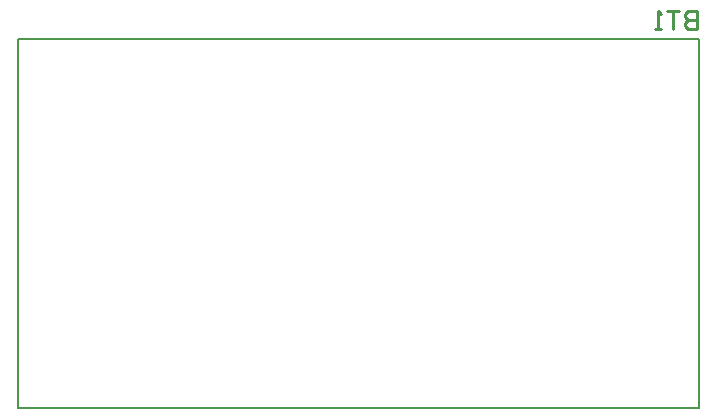
<source format=gbo>
G04 Layer_Color=65535*
%FSLAX24Y24*%
%MOIN*%
G70*
G01*
G75*
%ADD35C,0.0080*%
%ADD55C,0.0100*%
D35*
X118Y384D02*
Y12667D01*
Y384D02*
X22795D01*
Y12667D01*
X118D02*
X22795D01*
D55*
X22733Y13606D02*
Y13006D01*
X22433D01*
X22333Y13106D01*
Y13206D01*
X22433Y13306D01*
X22733D01*
X22433D01*
X22333Y13406D01*
Y13506D01*
X22433Y13606D01*
X22733D01*
X22134D02*
X21734D01*
X21934D01*
Y13006D01*
X21534D02*
X21334D01*
X21434D01*
Y13606D01*
X21534Y13506D01*
M02*

</source>
